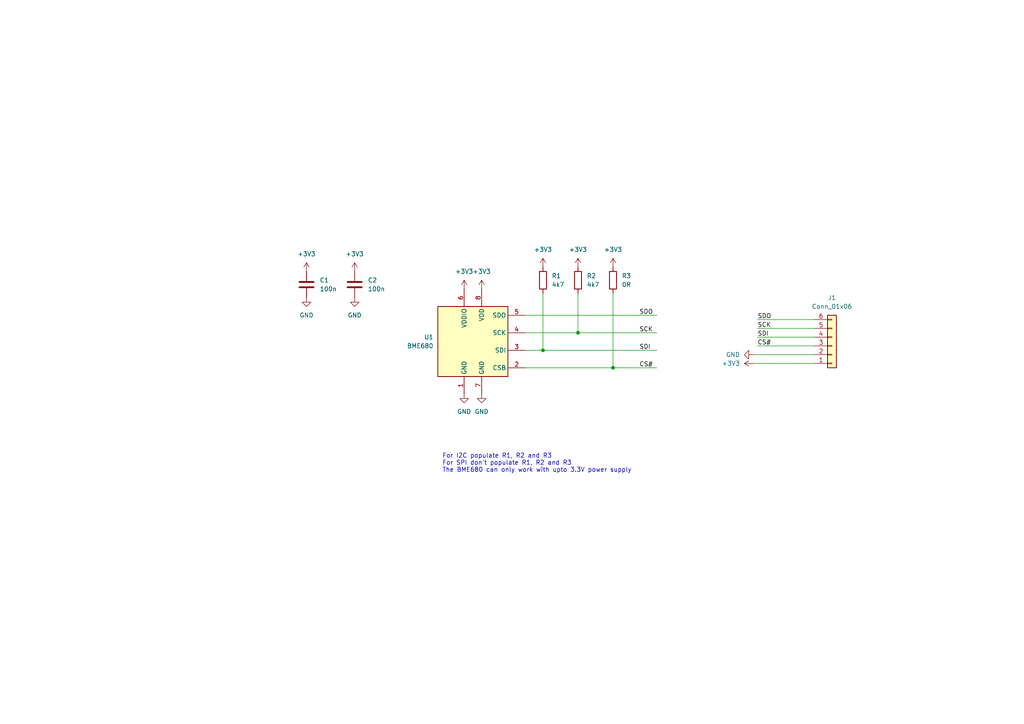
<source format=kicad_sch>
(kicad_sch (version 20211123) (generator eeschema)

  (uuid 9538e4ed-27e6-4c37-b989-9859dc0d49e8)

  (paper "A4")

  (lib_symbols
    (symbol "Connector_Generic:Conn_01x06" (pin_names (offset 1.016) hide) (in_bom yes) (on_board yes)
      (property "Reference" "J" (id 0) (at 0 7.62 0)
        (effects (font (size 1.27 1.27)))
      )
      (property "Value" "Conn_01x06" (id 1) (at 0 -10.16 0)
        (effects (font (size 1.27 1.27)))
      )
      (property "Footprint" "" (id 2) (at 0 0 0)
        (effects (font (size 1.27 1.27)) hide)
      )
      (property "Datasheet" "~" (id 3) (at 0 0 0)
        (effects (font (size 1.27 1.27)) hide)
      )
      (property "ki_keywords" "connector" (id 4) (at 0 0 0)
        (effects (font (size 1.27 1.27)) hide)
      )
      (property "ki_description" "Generic connector, single row, 01x06, script generated (kicad-library-utils/schlib/autogen/connector/)" (id 5) (at 0 0 0)
        (effects (font (size 1.27 1.27)) hide)
      )
      (property "ki_fp_filters" "Connector*:*_1x??_*" (id 6) (at 0 0 0)
        (effects (font (size 1.27 1.27)) hide)
      )
      (symbol "Conn_01x06_1_1"
        (rectangle (start -1.27 -7.493) (end 0 -7.747)
          (stroke (width 0.1524) (type default) (color 0 0 0 0))
          (fill (type none))
        )
        (rectangle (start -1.27 -4.953) (end 0 -5.207)
          (stroke (width 0.1524) (type default) (color 0 0 0 0))
          (fill (type none))
        )
        (rectangle (start -1.27 -2.413) (end 0 -2.667)
          (stroke (width 0.1524) (type default) (color 0 0 0 0))
          (fill (type none))
        )
        (rectangle (start -1.27 0.127) (end 0 -0.127)
          (stroke (width 0.1524) (type default) (color 0 0 0 0))
          (fill (type none))
        )
        (rectangle (start -1.27 2.667) (end 0 2.413)
          (stroke (width 0.1524) (type default) (color 0 0 0 0))
          (fill (type none))
        )
        (rectangle (start -1.27 5.207) (end 0 4.953)
          (stroke (width 0.1524) (type default) (color 0 0 0 0))
          (fill (type none))
        )
        (rectangle (start -1.27 6.35) (end 1.27 -8.89)
          (stroke (width 0.254) (type default) (color 0 0 0 0))
          (fill (type background))
        )
        (pin passive line (at -5.08 5.08 0) (length 3.81)
          (name "Pin_1" (effects (font (size 1.27 1.27))))
          (number "1" (effects (font (size 1.27 1.27))))
        )
        (pin passive line (at -5.08 2.54 0) (length 3.81)
          (name "Pin_2" (effects (font (size 1.27 1.27))))
          (number "2" (effects (font (size 1.27 1.27))))
        )
        (pin passive line (at -5.08 0 0) (length 3.81)
          (name "Pin_3" (effects (font (size 1.27 1.27))))
          (number "3" (effects (font (size 1.27 1.27))))
        )
        (pin passive line (at -5.08 -2.54 0) (length 3.81)
          (name "Pin_4" (effects (font (size 1.27 1.27))))
          (number "4" (effects (font (size 1.27 1.27))))
        )
        (pin passive line (at -5.08 -5.08 0) (length 3.81)
          (name "Pin_5" (effects (font (size 1.27 1.27))))
          (number "5" (effects (font (size 1.27 1.27))))
        )
        (pin passive line (at -5.08 -7.62 0) (length 3.81)
          (name "Pin_6" (effects (font (size 1.27 1.27))))
          (number "6" (effects (font (size 1.27 1.27))))
        )
      )
    )
    (symbol "Device:C" (pin_numbers hide) (pin_names (offset 0.254)) (in_bom yes) (on_board yes)
      (property "Reference" "C" (id 0) (at 0.635 2.54 0)
        (effects (font (size 1.27 1.27)) (justify left))
      )
      (property "Value" "C" (id 1) (at 0.635 -2.54 0)
        (effects (font (size 1.27 1.27)) (justify left))
      )
      (property "Footprint" "" (id 2) (at 0.9652 -3.81 0)
        (effects (font (size 1.27 1.27)) hide)
      )
      (property "Datasheet" "~" (id 3) (at 0 0 0)
        (effects (font (size 1.27 1.27)) hide)
      )
      (property "ki_keywords" "cap capacitor" (id 4) (at 0 0 0)
        (effects (font (size 1.27 1.27)) hide)
      )
      (property "ki_description" "Unpolarized capacitor" (id 5) (at 0 0 0)
        (effects (font (size 1.27 1.27)) hide)
      )
      (property "ki_fp_filters" "C_*" (id 6) (at 0 0 0)
        (effects (font (size 1.27 1.27)) hide)
      )
      (symbol "C_0_1"
        (polyline
          (pts
            (xy -2.032 -0.762)
            (xy 2.032 -0.762)
          )
          (stroke (width 0.508) (type default) (color 0 0 0 0))
          (fill (type none))
        )
        (polyline
          (pts
            (xy -2.032 0.762)
            (xy 2.032 0.762)
          )
          (stroke (width 0.508) (type default) (color 0 0 0 0))
          (fill (type none))
        )
      )
      (symbol "C_1_1"
        (pin passive line (at 0 3.81 270) (length 2.794)
          (name "~" (effects (font (size 1.27 1.27))))
          (number "1" (effects (font (size 1.27 1.27))))
        )
        (pin passive line (at 0 -3.81 90) (length 2.794)
          (name "~" (effects (font (size 1.27 1.27))))
          (number "2" (effects (font (size 1.27 1.27))))
        )
      )
    )
    (symbol "Device:R" (pin_numbers hide) (pin_names (offset 0)) (in_bom yes) (on_board yes)
      (property "Reference" "R" (id 0) (at 2.032 0 90)
        (effects (font (size 1.27 1.27)))
      )
      (property "Value" "R" (id 1) (at 0 0 90)
        (effects (font (size 1.27 1.27)))
      )
      (property "Footprint" "" (id 2) (at -1.778 0 90)
        (effects (font (size 1.27 1.27)) hide)
      )
      (property "Datasheet" "~" (id 3) (at 0 0 0)
        (effects (font (size 1.27 1.27)) hide)
      )
      (property "ki_keywords" "R res resistor" (id 4) (at 0 0 0)
        (effects (font (size 1.27 1.27)) hide)
      )
      (property "ki_description" "Resistor" (id 5) (at 0 0 0)
        (effects (font (size 1.27 1.27)) hide)
      )
      (property "ki_fp_filters" "R_*" (id 6) (at 0 0 0)
        (effects (font (size 1.27 1.27)) hide)
      )
      (symbol "R_0_1"
        (rectangle (start -1.016 -2.54) (end 1.016 2.54)
          (stroke (width 0.254) (type default) (color 0 0 0 0))
          (fill (type none))
        )
      )
      (symbol "R_1_1"
        (pin passive line (at 0 3.81 270) (length 1.27)
          (name "~" (effects (font (size 1.27 1.27))))
          (number "1" (effects (font (size 1.27 1.27))))
        )
        (pin passive line (at 0 -3.81 90) (length 1.27)
          (name "~" (effects (font (size 1.27 1.27))))
          (number "2" (effects (font (size 1.27 1.27))))
        )
      )
    )
    (symbol "Sensor:BME680" (in_bom yes) (on_board yes)
      (property "Reference" "U" (id 0) (at -8.89 11.43 0)
        (effects (font (size 1.27 1.27)))
      )
      (property "Value" "BME680" (id 1) (at 7.62 11.43 0)
        (effects (font (size 1.27 1.27)))
      )
      (property "Footprint" "Package_LGA:Bosch_LGA-8_3x3mm_P0.8mm_ClockwisePinNumbering" (id 2) (at 36.83 -11.43 0)
        (effects (font (size 1.27 1.27)) hide)
      )
      (property "Datasheet" "https://ae-bst.resource.bosch.com/media/_tech/media/datasheets/BST-BME680-DS001.pdf" (id 3) (at 0 -5.08 0)
        (effects (font (size 1.27 1.27)) hide)
      )
      (property "ki_keywords" "Bosch gas pressure humidity temperature environment environmental measurement digital" (id 4) (at 0 0 0)
        (effects (font (size 1.27 1.27)) hide)
      )
      (property "ki_description" "4-in-1 sensor, gas, humidity, pressure, temperature, I2C and SPI interface, 1.71-3.6V, LGA-8" (id 5) (at 0 0 0)
        (effects (font (size 1.27 1.27)) hide)
      )
      (property "ki_fp_filters" "*LGA*3x3mm*P0.8mm*Clockwise*" (id 6) (at 0 0 0)
        (effects (font (size 1.27 1.27)) hide)
      )
      (symbol "BME680_0_1"
        (rectangle (start -10.16 10.16) (end 10.16 -10.16)
          (stroke (width 0.254) (type default) (color 0 0 0 0))
          (fill (type background))
        )
      )
      (symbol "BME680_1_1"
        (pin power_in line (at -2.54 -15.24 90) (length 5.08)
          (name "GND" (effects (font (size 1.27 1.27))))
          (number "1" (effects (font (size 1.27 1.27))))
        )
        (pin input line (at 15.24 -7.62 180) (length 5.08)
          (name "CSB" (effects (font (size 1.27 1.27))))
          (number "2" (effects (font (size 1.27 1.27))))
        )
        (pin bidirectional line (at 15.24 -2.54 180) (length 5.08)
          (name "SDI" (effects (font (size 1.27 1.27))))
          (number "3" (effects (font (size 1.27 1.27))))
        )
        (pin input line (at 15.24 2.54 180) (length 5.08)
          (name "SCK" (effects (font (size 1.27 1.27))))
          (number "4" (effects (font (size 1.27 1.27))))
        )
        (pin bidirectional line (at 15.24 7.62 180) (length 5.08)
          (name "SDO" (effects (font (size 1.27 1.27))))
          (number "5" (effects (font (size 1.27 1.27))))
        )
        (pin power_in line (at -2.54 15.24 270) (length 5.08)
          (name "VDDIO" (effects (font (size 1.27 1.27))))
          (number "6" (effects (font (size 1.27 1.27))))
        )
        (pin power_in line (at 2.54 -15.24 90) (length 5.08)
          (name "GND" (effects (font (size 1.27 1.27))))
          (number "7" (effects (font (size 1.27 1.27))))
        )
        (pin power_in line (at 2.54 15.24 270) (length 5.08)
          (name "VDD" (effects (font (size 1.27 1.27))))
          (number "8" (effects (font (size 1.27 1.27))))
        )
      )
    )
    (symbol "power:+3V3" (power) (pin_names (offset 0)) (in_bom yes) (on_board yes)
      (property "Reference" "#PWR" (id 0) (at 0 -3.81 0)
        (effects (font (size 1.27 1.27)) hide)
      )
      (property "Value" "+3V3" (id 1) (at 0 3.556 0)
        (effects (font (size 1.27 1.27)))
      )
      (property "Footprint" "" (id 2) (at 0 0 0)
        (effects (font (size 1.27 1.27)) hide)
      )
      (property "Datasheet" "" (id 3) (at 0 0 0)
        (effects (font (size 1.27 1.27)) hide)
      )
      (property "ki_keywords" "power-flag" (id 4) (at 0 0 0)
        (effects (font (size 1.27 1.27)) hide)
      )
      (property "ki_description" "Power symbol creates a global label with name \"+3V3\"" (id 5) (at 0 0 0)
        (effects (font (size 1.27 1.27)) hide)
      )
      (symbol "+3V3_0_1"
        (polyline
          (pts
            (xy -0.762 1.27)
            (xy 0 2.54)
          )
          (stroke (width 0) (type default) (color 0 0 0 0))
          (fill (type none))
        )
        (polyline
          (pts
            (xy 0 0)
            (xy 0 2.54)
          )
          (stroke (width 0) (type default) (color 0 0 0 0))
          (fill (type none))
        )
        (polyline
          (pts
            (xy 0 2.54)
            (xy 0.762 1.27)
          )
          (stroke (width 0) (type default) (color 0 0 0 0))
          (fill (type none))
        )
      )
      (symbol "+3V3_1_1"
        (pin power_in line (at 0 0 90) (length 0) hide
          (name "+3V3" (effects (font (size 1.27 1.27))))
          (number "1" (effects (font (size 1.27 1.27))))
        )
      )
    )
    (symbol "power:GND" (power) (pin_names (offset 0)) (in_bom yes) (on_board yes)
      (property "Reference" "#PWR" (id 0) (at 0 -6.35 0)
        (effects (font (size 1.27 1.27)) hide)
      )
      (property "Value" "GND" (id 1) (at 0 -3.81 0)
        (effects (font (size 1.27 1.27)))
      )
      (property "Footprint" "" (id 2) (at 0 0 0)
        (effects (font (size 1.27 1.27)) hide)
      )
      (property "Datasheet" "" (id 3) (at 0 0 0)
        (effects (font (size 1.27 1.27)) hide)
      )
      (property "ki_keywords" "power-flag" (id 4) (at 0 0 0)
        (effects (font (size 1.27 1.27)) hide)
      )
      (property "ki_description" "Power symbol creates a global label with name \"GND\" , ground" (id 5) (at 0 0 0)
        (effects (font (size 1.27 1.27)) hide)
      )
      (symbol "GND_0_1"
        (polyline
          (pts
            (xy 0 0)
            (xy 0 -1.27)
            (xy 1.27 -1.27)
            (xy 0 -2.54)
            (xy -1.27 -1.27)
            (xy 0 -1.27)
          )
          (stroke (width 0) (type default) (color 0 0 0 0))
          (fill (type none))
        )
      )
      (symbol "GND_1_1"
        (pin power_in line (at 0 0 270) (length 0) hide
          (name "GND" (effects (font (size 1.27 1.27))))
          (number "1" (effects (font (size 1.27 1.27))))
        )
      )
    )
  )

  (junction (at 157.48 101.6) (diameter 0) (color 0 0 0 0)
    (uuid 31f67607-30f7-4902-ac3e-5233f51967f8)
  )
  (junction (at 177.8 106.68) (diameter 0) (color 0 0 0 0)
    (uuid 6567a9b7-fcb7-4d9b-948a-2fc4b84870fa)
  )
  (junction (at 167.64 96.52) (diameter 0) (color 0 0 0 0)
    (uuid eb993c97-7355-4de4-a9db-eb29ed617c16)
  )

  (wire (pts (xy 177.8 85.09) (xy 177.8 106.68))
    (stroke (width 0) (type default) (color 0 0 0 0))
    (uuid 01c0ae15-9456-4829-a566-c53f368624d8)
  )
  (wire (pts (xy 219.71 100.33) (xy 236.22 100.33))
    (stroke (width 0) (type default) (color 0 0 0 0))
    (uuid 042355dd-6e0d-4b8b-8570-27753e03916b)
  )
  (wire (pts (xy 157.48 101.6) (xy 190.5 101.6))
    (stroke (width 0) (type default) (color 0 0 0 0))
    (uuid 09d66052-9b4a-4d9e-b66f-e237f186007b)
  )
  (wire (pts (xy 219.71 95.25) (xy 236.22 95.25))
    (stroke (width 0) (type default) (color 0 0 0 0))
    (uuid 10574c45-fe8c-41dd-ad96-55de3662bdbc)
  )
  (wire (pts (xy 219.71 97.79) (xy 236.22 97.79))
    (stroke (width 0) (type default) (color 0 0 0 0))
    (uuid 107fe7c5-84ae-442d-9ac6-a07c7ee8c825)
  )
  (wire (pts (xy 152.4 101.6) (xy 157.48 101.6))
    (stroke (width 0) (type default) (color 0 0 0 0))
    (uuid 169b393c-ab6d-4854-9a66-6a6c6c499106)
  )
  (wire (pts (xy 177.8 106.68) (xy 190.5 106.68))
    (stroke (width 0) (type default) (color 0 0 0 0))
    (uuid 4ef39498-3aa3-4ba3-ac2f-cfdb00c223bd)
  )
  (wire (pts (xy 152.4 106.68) (xy 177.8 106.68))
    (stroke (width 0) (type default) (color 0 0 0 0))
    (uuid 5d1d2eb0-5c35-4661-b5d2-7308b1a06ee4)
  )
  (wire (pts (xy 152.4 96.52) (xy 167.64 96.52))
    (stroke (width 0) (type default) (color 0 0 0 0))
    (uuid 7e40e111-abf4-47d2-9216-6098c5b86d76)
  )
  (wire (pts (xy 219.71 92.71) (xy 236.22 92.71))
    (stroke (width 0) (type default) (color 0 0 0 0))
    (uuid 8384df33-34d9-4e5c-9b2c-04b14a26ba0b)
  )
  (wire (pts (xy 157.48 85.09) (xy 157.48 101.6))
    (stroke (width 0) (type default) (color 0 0 0 0))
    (uuid ab0480bf-5742-46b0-8ab1-739c8144c7df)
  )
  (wire (pts (xy 167.64 85.09) (xy 167.64 96.52))
    (stroke (width 0) (type default) (color 0 0 0 0))
    (uuid c2458583-afb1-4591-b93c-fe9be0f47ba9)
  )
  (wire (pts (xy 152.4 91.44) (xy 190.5 91.44))
    (stroke (width 0) (type default) (color 0 0 0 0))
    (uuid d6a628a3-74f3-4e24-acf3-9de677b2a9a4)
  )
  (wire (pts (xy 167.64 96.52) (xy 190.5 96.52))
    (stroke (width 0) (type default) (color 0 0 0 0))
    (uuid d824107c-4ed6-478d-a17e-9244628c5d12)
  )
  (wire (pts (xy 218.44 105.41) (xy 236.22 105.41))
    (stroke (width 0) (type default) (color 0 0 0 0))
    (uuid ea38a7ec-b8e8-42f2-a1c1-fe78d99b7a75)
  )
  (wire (pts (xy 218.44 102.87) (xy 236.22 102.87))
    (stroke (width 0) (type default) (color 0 0 0 0))
    (uuid fbf728d1-fab7-49a3-8f6c-78462e46c12b)
  )

  (text "For I2C populate R1, R2 and R3\nFor SPI don't populate R1, R2 and R3\nThe BME680 can only work with upto 3.3V power supply"
    (at 128.27 137.16 0)
    (effects (font (size 1.27 1.27)) (justify left bottom))
    (uuid 3dc8817a-a8b7-4280-89da-74a90322164f)
  )

  (label "SCK" (at 185.42 96.52 0)
    (effects (font (size 1.27 1.27)) (justify left bottom))
    (uuid 1e6ed99f-bcce-4ccb-a172-f55b368486f9)
  )
  (label "SDO" (at 185.42 91.44 0)
    (effects (font (size 1.27 1.27)) (justify left bottom))
    (uuid 57915765-9068-4171-9451-5dd70e92a17b)
  )
  (label "SCK" (at 219.71 95.25 0)
    (effects (font (size 1.27 1.27)) (justify left bottom))
    (uuid 9fa24a08-c99f-4e30-ba16-67b5ff54c49f)
  )
  (label "CS#" (at 219.71 100.33 0)
    (effects (font (size 1.27 1.27)) (justify left bottom))
    (uuid a0604770-6f98-42c7-8894-5b645f35a659)
  )
  (label "CS#" (at 185.42 106.68 0)
    (effects (font (size 1.27 1.27)) (justify left bottom))
    (uuid c97a06bb-15d3-46f9-88c2-af2d9b95582f)
  )
  (label "SDI" (at 219.71 97.79 0)
    (effects (font (size 1.27 1.27)) (justify left bottom))
    (uuid d8ca89a7-ea24-4310-a855-c0b358a9cb9d)
  )
  (label "SDO" (at 219.71 92.71 0)
    (effects (font (size 1.27 1.27)) (justify left bottom))
    (uuid f09cc434-61a1-4512-9d19-61f76f161fd5)
  )
  (label "SDI" (at 185.42 101.6 0)
    (effects (font (size 1.27 1.27)) (justify left bottom))
    (uuid f86a7023-4b82-4d9c-9923-d59c528d143b)
  )

  (symbol (lib_id "Device:R") (at 177.8 81.28 0) (unit 1)
    (in_bom yes) (on_board yes) (fields_autoplaced)
    (uuid 0caf9df6-1bd4-4f0a-815a-d3688c857cfe)
    (property "Reference" "R3" (id 0) (at 180.34 80.0099 0)
      (effects (font (size 1.27 1.27)) (justify left))
    )
    (property "Value" "0R" (id 1) (at 180.34 82.5499 0)
      (effects (font (size 1.27 1.27)) (justify left))
    )
    (property "Footprint" "Resistor_SMD:R_0603_1608Metric_Pad0.98x0.95mm_HandSolder" (id 2) (at 176.022 81.28 90)
      (effects (font (size 1.27 1.27)) hide)
    )
    (property "Datasheet" "~" (id 3) (at 177.8 81.28 0)
      (effects (font (size 1.27 1.27)) hide)
    )
    (pin "1" (uuid fbb33976-1d7a-4425-b987-bdedcb4226c6))
    (pin "2" (uuid 723a79a1-7d8b-492a-8757-15ad45c35237))
  )

  (symbol (lib_id "power:+3V3") (at 134.62 83.82 0) (unit 1)
    (in_bom yes) (on_board yes) (fields_autoplaced)
    (uuid 173f9e7f-684a-42dd-9988-688430bdb296)
    (property "Reference" "#PWR05" (id 0) (at 134.62 87.63 0)
      (effects (font (size 1.27 1.27)) hide)
    )
    (property "Value" "+3V3" (id 1) (at 134.62 78.74 0))
    (property "Footprint" "" (id 2) (at 134.62 83.82 0)
      (effects (font (size 1.27 1.27)) hide)
    )
    (property "Datasheet" "" (id 3) (at 134.62 83.82 0)
      (effects (font (size 1.27 1.27)) hide)
    )
    (pin "1" (uuid 3744125e-93a5-4535-b604-769a59249cb2))
  )

  (symbol (lib_id "power:+3V3") (at 167.64 77.47 0) (unit 1)
    (in_bom yes) (on_board yes) (fields_autoplaced)
    (uuid 1c7fe223-d090-4aac-b13c-5d3cdac7b00c)
    (property "Reference" "#PWR010" (id 0) (at 167.64 81.28 0)
      (effects (font (size 1.27 1.27)) hide)
    )
    (property "Value" "+3V3" (id 1) (at 167.64 72.39 0))
    (property "Footprint" "" (id 2) (at 167.64 77.47 0)
      (effects (font (size 1.27 1.27)) hide)
    )
    (property "Datasheet" "" (id 3) (at 167.64 77.47 0)
      (effects (font (size 1.27 1.27)) hide)
    )
    (pin "1" (uuid 5646bdfd-7e32-41e0-8ed5-c87cbf27df11))
  )

  (symbol (lib_id "power:+3V3") (at 139.7 83.82 0) (unit 1)
    (in_bom yes) (on_board yes) (fields_autoplaced)
    (uuid 58105bfb-c26f-45a7-bb63-e05c168b8e4d)
    (property "Reference" "#PWR07" (id 0) (at 139.7 87.63 0)
      (effects (font (size 1.27 1.27)) hide)
    )
    (property "Value" "+3V3" (id 1) (at 139.7 78.74 0))
    (property "Footprint" "" (id 2) (at 139.7 83.82 0)
      (effects (font (size 1.27 1.27)) hide)
    )
    (property "Datasheet" "" (id 3) (at 139.7 83.82 0)
      (effects (font (size 1.27 1.27)) hide)
    )
    (pin "1" (uuid cc891e33-a06d-4582-abfe-0887fafb0db0))
  )

  (symbol (lib_id "Connector_Generic:Conn_01x06") (at 241.3 100.33 0) (mirror x) (unit 1)
    (in_bom yes) (on_board yes) (fields_autoplaced)
    (uuid 64672719-ea51-427a-89f9-aabd0dcffb4d)
    (property "Reference" "J1" (id 0) (at 241.3 86.36 0))
    (property "Value" "Conn_01x06" (id 1) (at 241.3 88.9 0))
    (property "Footprint" "Connector_PinHeader_2.54mm:PinHeader_1x06_P2.54mm_Horizontal" (id 2) (at 241.3 100.33 0)
      (effects (font (size 1.27 1.27)) hide)
    )
    (property "Datasheet" "~" (id 3) (at 241.3 100.33 0)
      (effects (font (size 1.27 1.27)) hide)
    )
    (pin "1" (uuid c7f52d4d-b255-480f-99de-bc6e767779c9))
    (pin "2" (uuid a40f0854-603a-4f33-b456-2cc59691aa0c))
    (pin "3" (uuid ede83a56-b0e9-4daa-9e83-63e25cfbeb1c))
    (pin "4" (uuid 3cf1e09d-abd0-44db-b881-3e79c937917f))
    (pin "5" (uuid 9b0510a6-428e-4892-9897-d503bbddc18c))
    (pin "6" (uuid d0b9495c-3eba-4411-82e9-e69246c95c29))
  )

  (symbol (lib_id "power:+3V3") (at 88.9 78.74 0) (unit 1)
    (in_bom yes) (on_board yes) (fields_autoplaced)
    (uuid 64c305ea-f35a-4eea-91ae-48f5e32ecd10)
    (property "Reference" "#PWR01" (id 0) (at 88.9 82.55 0)
      (effects (font (size 1.27 1.27)) hide)
    )
    (property "Value" "+3V3" (id 1) (at 88.9 73.66 0))
    (property "Footprint" "" (id 2) (at 88.9 78.74 0)
      (effects (font (size 1.27 1.27)) hide)
    )
    (property "Datasheet" "" (id 3) (at 88.9 78.74 0)
      (effects (font (size 1.27 1.27)) hide)
    )
    (pin "1" (uuid 0ae4aa40-b067-4b32-b21b-a8544d9b19ff))
  )

  (symbol (lib_id "Device:R") (at 157.48 81.28 0) (unit 1)
    (in_bom yes) (on_board yes) (fields_autoplaced)
    (uuid 68ab9ac6-45be-4b85-9142-1aed4f727936)
    (property "Reference" "R1" (id 0) (at 160.02 80.0099 0)
      (effects (font (size 1.27 1.27)) (justify left))
    )
    (property "Value" "4k7" (id 1) (at 160.02 82.5499 0)
      (effects (font (size 1.27 1.27)) (justify left))
    )
    (property "Footprint" "Resistor_SMD:R_0603_1608Metric_Pad0.98x0.95mm_HandSolder" (id 2) (at 155.702 81.28 90)
      (effects (font (size 1.27 1.27)) hide)
    )
    (property "Datasheet" "~" (id 3) (at 157.48 81.28 0)
      (effects (font (size 1.27 1.27)) hide)
    )
    (pin "1" (uuid c269c4b0-b5dd-4560-8004-d18df24b149a))
    (pin "2" (uuid ee158366-d34e-426f-8337-df99442a6b0f))
  )

  (symbol (lib_id "power:+3V3") (at 177.8 77.47 0) (unit 1)
    (in_bom yes) (on_board yes) (fields_autoplaced)
    (uuid 887f0bdd-7a8d-49a9-82e8-55c4960af239)
    (property "Reference" "#PWR011" (id 0) (at 177.8 81.28 0)
      (effects (font (size 1.27 1.27)) hide)
    )
    (property "Value" "+3V3" (id 1) (at 177.8 72.39 0))
    (property "Footprint" "" (id 2) (at 177.8 77.47 0)
      (effects (font (size 1.27 1.27)) hide)
    )
    (property "Datasheet" "" (id 3) (at 177.8 77.47 0)
      (effects (font (size 1.27 1.27)) hide)
    )
    (pin "1" (uuid cd05dc71-d59b-4335-902d-fe9d6feaeb4a))
  )

  (symbol (lib_id "power:GND") (at 139.7 114.3 0) (unit 1)
    (in_bom yes) (on_board yes) (fields_autoplaced)
    (uuid 92a0d7d6-6396-48be-8c10-22877db563ef)
    (property "Reference" "#PWR08" (id 0) (at 139.7 120.65 0)
      (effects (font (size 1.27 1.27)) hide)
    )
    (property "Value" "GND" (id 1) (at 139.7 119.38 0))
    (property "Footprint" "" (id 2) (at 139.7 114.3 0)
      (effects (font (size 1.27 1.27)) hide)
    )
    (property "Datasheet" "" (id 3) (at 139.7 114.3 0)
      (effects (font (size 1.27 1.27)) hide)
    )
    (pin "1" (uuid c27754e7-cb42-41c5-bbb6-8571d3316333))
  )

  (symbol (lib_id "power:GND") (at 88.9 86.36 0) (unit 1)
    (in_bom yes) (on_board yes) (fields_autoplaced)
    (uuid 9fce97d1-ce14-49e0-834d-35952f967da5)
    (property "Reference" "#PWR02" (id 0) (at 88.9 92.71 0)
      (effects (font (size 1.27 1.27)) hide)
    )
    (property "Value" "GND" (id 1) (at 88.9 91.44 0))
    (property "Footprint" "" (id 2) (at 88.9 86.36 0)
      (effects (font (size 1.27 1.27)) hide)
    )
    (property "Datasheet" "" (id 3) (at 88.9 86.36 0)
      (effects (font (size 1.27 1.27)) hide)
    )
    (pin "1" (uuid 95615c87-b70d-4f8a-a0b2-62fb5a51ba8c))
  )

  (symbol (lib_id "Device:C") (at 102.87 82.55 0) (unit 1)
    (in_bom yes) (on_board yes) (fields_autoplaced)
    (uuid a062f88f-2948-4763-b6d1-5678e6b9e205)
    (property "Reference" "C2" (id 0) (at 106.68 81.2799 0)
      (effects (font (size 1.27 1.27)) (justify left))
    )
    (property "Value" "100n" (id 1) (at 106.68 83.8199 0)
      (effects (font (size 1.27 1.27)) (justify left))
    )
    (property "Footprint" "Capacitor_SMD:C_0603_1608Metric_Pad1.08x0.95mm_HandSolder" (id 2) (at 103.8352 86.36 0)
      (effects (font (size 1.27 1.27)) hide)
    )
    (property "Datasheet" "~" (id 3) (at 102.87 82.55 0)
      (effects (font (size 1.27 1.27)) hide)
    )
    (pin "1" (uuid 02194d0f-938a-44ee-84f8-af9da96e20a6))
    (pin "2" (uuid 64955e90-795b-4570-8dbb-13ab629cef78))
  )

  (symbol (lib_id "power:+3V3") (at 218.44 105.41 90) (unit 1)
    (in_bom yes) (on_board yes) (fields_autoplaced)
    (uuid c101c874-7673-45ac-9f49-3e0458d7d642)
    (property "Reference" "#PWR012" (id 0) (at 222.25 105.41 0)
      (effects (font (size 1.27 1.27)) hide)
    )
    (property "Value" "+3V3" (id 1) (at 214.63 105.4099 90)
      (effects (font (size 1.27 1.27)) (justify left))
    )
    (property "Footprint" "" (id 2) (at 218.44 105.41 0)
      (effects (font (size 1.27 1.27)) hide)
    )
    (property "Datasheet" "" (id 3) (at 218.44 105.41 0)
      (effects (font (size 1.27 1.27)) hide)
    )
    (pin "1" (uuid dcef4ff3-3702-4cc6-94a1-cd749a128d7b))
  )

  (symbol (lib_id "power:+3V3") (at 102.87 78.74 0) (unit 1)
    (in_bom yes) (on_board yes) (fields_autoplaced)
    (uuid c37d6ca3-6346-45db-aea8-1270f72dd4e3)
    (property "Reference" "#PWR03" (id 0) (at 102.87 82.55 0)
      (effects (font (size 1.27 1.27)) hide)
    )
    (property "Value" "+3V3" (id 1) (at 102.87 73.66 0))
    (property "Footprint" "" (id 2) (at 102.87 78.74 0)
      (effects (font (size 1.27 1.27)) hide)
    )
    (property "Datasheet" "" (id 3) (at 102.87 78.74 0)
      (effects (font (size 1.27 1.27)) hide)
    )
    (pin "1" (uuid 56e5903c-9674-4dd2-85e8-b45f81d311b6))
  )

  (symbol (lib_id "power:+3V3") (at 157.48 77.47 0) (unit 1)
    (in_bom yes) (on_board yes) (fields_autoplaced)
    (uuid c89c82d4-8a0f-4a2c-9629-33365c975f24)
    (property "Reference" "#PWR09" (id 0) (at 157.48 81.28 0)
      (effects (font (size 1.27 1.27)) hide)
    )
    (property "Value" "+3V3" (id 1) (at 157.48 72.39 0))
    (property "Footprint" "" (id 2) (at 157.48 77.47 0)
      (effects (font (size 1.27 1.27)) hide)
    )
    (property "Datasheet" "" (id 3) (at 157.48 77.47 0)
      (effects (font (size 1.27 1.27)) hide)
    )
    (pin "1" (uuid 9749f2ba-8586-4a65-a776-3b84b130c532))
  )

  (symbol (lib_id "power:GND") (at 218.44 102.87 270) (unit 1)
    (in_bom yes) (on_board yes) (fields_autoplaced)
    (uuid cf844fb2-5427-483a-b948-44356d5b0e90)
    (property "Reference" "#PWR013" (id 0) (at 212.09 102.87 0)
      (effects (font (size 1.27 1.27)) hide)
    )
    (property "Value" "GND" (id 1) (at 214.63 102.8699 90)
      (effects (font (size 1.27 1.27)) (justify right))
    )
    (property "Footprint" "" (id 2) (at 218.44 102.87 0)
      (effects (font (size 1.27 1.27)) hide)
    )
    (property "Datasheet" "" (id 3) (at 218.44 102.87 0)
      (effects (font (size 1.27 1.27)) hide)
    )
    (pin "1" (uuid 874f2eb7-2a2c-48fe-8716-3f575c7ddb1e))
  )

  (symbol (lib_id "Sensor:BME680") (at 137.16 99.06 0) (unit 1)
    (in_bom yes) (on_board yes) (fields_autoplaced)
    (uuid d3d7e298-1d39-4294-a3ab-c84cc0dc5e5a)
    (property "Reference" "U1" (id 0) (at 125.73 97.7899 0)
      (effects (font (size 1.27 1.27)) (justify right))
    )
    (property "Value" "BME680" (id 1) (at 125.73 100.3299 0)
      (effects (font (size 1.27 1.27)) (justify right))
    )
    (property "Footprint" "Package_LGA:Bosch_LGA-8_3x3mm_P0.8mm_ClockwisePinNumbering" (id 2) (at 173.99 110.49 0)
      (effects (font (size 1.27 1.27)) hide)
    )
    (property "Datasheet" "https://ae-bst.resource.bosch.com/media/_tech/media/datasheets/BST-BME680-DS001.pdf" (id 3) (at 137.16 104.14 0)
      (effects (font (size 1.27 1.27)) hide)
    )
    (pin "1" (uuid c5eb1e4c-ce83-470e-8f32-e20ff1f886a3))
    (pin "2" (uuid 85b7594c-358f-454b-b2ad-dd0b1d67ed76))
    (pin "3" (uuid 16bd6381-8ac0-4bf2-9dce-ecc20c724b8d))
    (pin "4" (uuid a5cd8da1-8f7f-4f80-bb23-0317de562222))
    (pin "5" (uuid 4f66b314-0f62-4fb6-8c3c-f9c6a75cd3ec))
    (pin "6" (uuid 01e9b6e7-adf9-4ee7-9447-a588630ee4a2))
    (pin "7" (uuid ca87f11b-5f48-4b57-8535-68d3ec2fe5a9))
    (pin "8" (uuid 7d928d56-093a-4ca8-aed1-414b7e703b45))
  )

  (symbol (lib_id "Device:R") (at 167.64 81.28 0) (unit 1)
    (in_bom yes) (on_board yes) (fields_autoplaced)
    (uuid e34865db-bb95-483a-b6a6-8fb32dde1eca)
    (property "Reference" "R2" (id 0) (at 170.18 80.0099 0)
      (effects (font (size 1.27 1.27)) (justify left))
    )
    (property "Value" "4k7" (id 1) (at 170.18 82.5499 0)
      (effects (font (size 1.27 1.27)) (justify left))
    )
    (property "Footprint" "Resistor_SMD:R_0603_1608Metric_Pad0.98x0.95mm_HandSolder" (id 2) (at 165.862 81.28 90)
      (effects (font (size 1.27 1.27)) hide)
    )
    (property "Datasheet" "~" (id 3) (at 167.64 81.28 0)
      (effects (font (size 1.27 1.27)) hide)
    )
    (pin "1" (uuid 71b7fa83-d7fb-4cfe-81e8-d7c1e6f9e51f))
    (pin "2" (uuid f5416ddf-59ed-4f48-b51e-bab29af9d5f1))
  )

  (symbol (lib_id "power:GND") (at 102.87 86.36 0) (unit 1)
    (in_bom yes) (on_board yes) (fields_autoplaced)
    (uuid e7fdfa74-3133-475c-8eff-69f67b5d6d96)
    (property "Reference" "#PWR04" (id 0) (at 102.87 92.71 0)
      (effects (font (size 1.27 1.27)) hide)
    )
    (property "Value" "GND" (id 1) (at 102.87 91.44 0))
    (property "Footprint" "" (id 2) (at 102.87 86.36 0)
      (effects (font (size 1.27 1.27)) hide)
    )
    (property "Datasheet" "" (id 3) (at 102.87 86.36 0)
      (effects (font (size 1.27 1.27)) hide)
    )
    (pin "1" (uuid de1f754a-d87f-4f5d-9823-f0dbef38b3dd))
  )

  (symbol (lib_id "power:GND") (at 134.62 114.3 0) (unit 1)
    (in_bom yes) (on_board yes) (fields_autoplaced)
    (uuid e8d050f3-37eb-408d-9e54-fd52bfb37550)
    (property "Reference" "#PWR06" (id 0) (at 134.62 120.65 0)
      (effects (font (size 1.27 1.27)) hide)
    )
    (property "Value" "GND" (id 1) (at 134.62 119.38 0))
    (property "Footprint" "" (id 2) (at 134.62 114.3 0)
      (effects (font (size 1.27 1.27)) hide)
    )
    (property "Datasheet" "" (id 3) (at 134.62 114.3 0)
      (effects (font (size 1.27 1.27)) hide)
    )
    (pin "1" (uuid 4f164966-96b4-4af1-b000-64fc7501cfa0))
  )

  (symbol (lib_id "Device:C") (at 88.9 82.55 0) (unit 1)
    (in_bom yes) (on_board yes) (fields_autoplaced)
    (uuid ec14813e-9fa8-4b0d-a980-f4504b3d593b)
    (property "Reference" "C1" (id 0) (at 92.71 81.2799 0)
      (effects (font (size 1.27 1.27)) (justify left))
    )
    (property "Value" "100n" (id 1) (at 92.71 83.8199 0)
      (effects (font (size 1.27 1.27)) (justify left))
    )
    (property "Footprint" "Capacitor_SMD:C_0603_1608Metric_Pad1.08x0.95mm_HandSolder" (id 2) (at 89.8652 86.36 0)
      (effects (font (size 1.27 1.27)) hide)
    )
    (property "Datasheet" "~" (id 3) (at 88.9 82.55 0)
      (effects (font (size 1.27 1.27)) hide)
    )
    (pin "1" (uuid 384fd358-e7cb-42ad-8b69-60b6a4c05f34))
    (pin "2" (uuid 773f4a37-ba83-4e69-a1c5-439d64aa2155))
  )

  (sheet_instances
    (path "/" (page "1"))
  )

  (symbol_instances
    (path "/64c305ea-f35a-4eea-91ae-48f5e32ecd10"
      (reference "#PWR01") (unit 1) (value "+3V3") (footprint "")
    )
    (path "/9fce97d1-ce14-49e0-834d-35952f967da5"
      (reference "#PWR02") (unit 1) (value "GND") (footprint "")
    )
    (path "/c37d6ca3-6346-45db-aea8-1270f72dd4e3"
      (reference "#PWR03") (unit 1) (value "+3V3") (footprint "")
    )
    (path "/e7fdfa74-3133-475c-8eff-69f67b5d6d96"
      (reference "#PWR04") (unit 1) (value "GND") (footprint "")
    )
    (path "/173f9e7f-684a-42dd-9988-688430bdb296"
      (reference "#PWR05") (unit 1) (value "+3V3") (footprint "")
    )
    (path "/e8d050f3-37eb-408d-9e54-fd52bfb37550"
      (reference "#PWR06") (unit 1) (value "GND") (footprint "")
    )
    (path "/58105bfb-c26f-45a7-bb63-e05c168b8e4d"
      (reference "#PWR07") (unit 1) (value "+3V3") (footprint "")
    )
    (path "/92a0d7d6-6396-48be-8c10-22877db563ef"
      (reference "#PWR08") (unit 1) (value "GND") (footprint "")
    )
    (path "/c89c82d4-8a0f-4a2c-9629-33365c975f24"
      (reference "#PWR09") (unit 1) (value "+3V3") (footprint "")
    )
    (path "/1c7fe223-d090-4aac-b13c-5d3cdac7b00c"
      (reference "#PWR010") (unit 1) (value "+3V3") (footprint "")
    )
    (path "/887f0bdd-7a8d-49a9-82e8-55c4960af239"
      (reference "#PWR011") (unit 1) (value "+3V3") (footprint "")
    )
    (path "/c101c874-7673-45ac-9f49-3e0458d7d642"
      (reference "#PWR012") (unit 1) (value "+3V3") (footprint "")
    )
    (path "/cf844fb2-5427-483a-b948-44356d5b0e90"
      (reference "#PWR013") (unit 1) (value "GND") (footprint "")
    )
    (path "/ec14813e-9fa8-4b0d-a980-f4504b3d593b"
      (reference "C1") (unit 1) (value "100n") (footprint "Capacitor_SMD:C_0603_1608Metric_Pad1.08x0.95mm_HandSolder")
    )
    (path "/a062f88f-2948-4763-b6d1-5678e6b9e205"
      (reference "C2") (unit 1) (value "100n") (footprint "Capacitor_SMD:C_0603_1608Metric_Pad1.08x0.95mm_HandSolder")
    )
    (path "/64672719-ea51-427a-89f9-aabd0dcffb4d"
      (reference "J1") (unit 1) (value "Conn_01x06") (footprint "Connector_PinHeader_2.54mm:PinHeader_1x06_P2.54mm_Horizontal")
    )
    (path "/68ab9ac6-45be-4b85-9142-1aed4f727936"
      (reference "R1") (unit 1) (value "4k7") (footprint "Resistor_SMD:R_0603_1608Metric_Pad0.98x0.95mm_HandSolder")
    )
    (path "/e34865db-bb95-483a-b6a6-8fb32dde1eca"
      (reference "R2") (unit 1) (value "4k7") (footprint "Resistor_SMD:R_0603_1608Metric_Pad0.98x0.95mm_HandSolder")
    )
    (path "/0caf9df6-1bd4-4f0a-815a-d3688c857cfe"
      (reference "R3") (unit 1) (value "0R") (footprint "Resistor_SMD:R_0603_1608Metric_Pad0.98x0.95mm_HandSolder")
    )
    (path "/d3d7e298-1d39-4294-a3ab-c84cc0dc5e5a"
      (reference "U1") (unit 1) (value "BME680") (footprint "Package_LGA:Bosch_LGA-8_3x3mm_P0.8mm_ClockwisePinNumbering")
    )
  )
)

</source>
